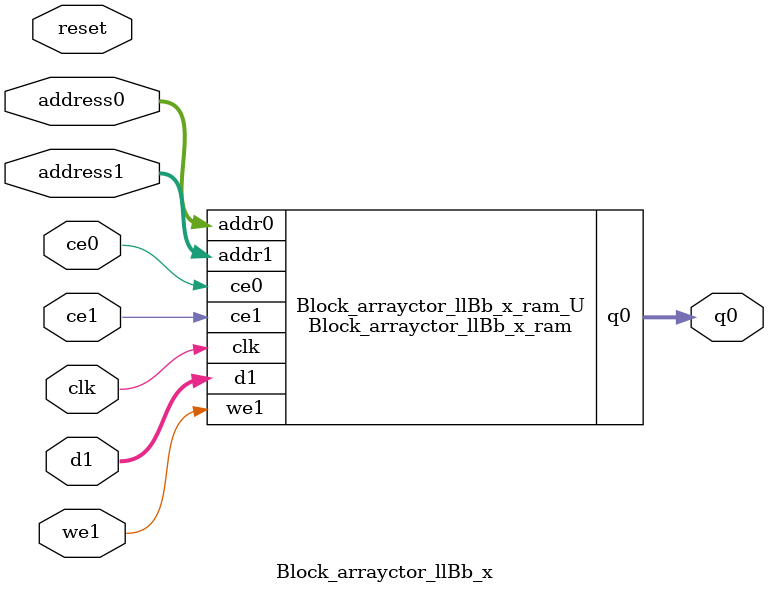
<source format=v>
`timescale 1 ns / 1 ps
module Block_arrayctor_llBb_x_ram (addr0, ce0, q0, addr1, ce1, d1, we1,  clk);

parameter DWIDTH = 5;
parameter AWIDTH = 12;
parameter MEM_SIZE = 2688;

input[AWIDTH-1:0] addr0;
input ce0;
output reg[DWIDTH-1:0] q0;
input[AWIDTH-1:0] addr1;
input ce1;
input[DWIDTH-1:0] d1;
input we1;
input clk;

(* ram_style = "block" *)reg [DWIDTH-1:0] ram[0:MEM_SIZE-1];




always @(posedge clk)  
begin 
    if (ce0) begin
        q0 <= ram[addr0];
    end
end


always @(posedge clk)  
begin 
    if (ce1) begin
        if (we1) 
            ram[addr1] <= d1; 
    end
end


endmodule

`timescale 1 ns / 1 ps
module Block_arrayctor_llBb_x(
    reset,
    clk,
    address0,
    ce0,
    q0,
    address1,
    ce1,
    we1,
    d1);

parameter DataWidth = 32'd5;
parameter AddressRange = 32'd2688;
parameter AddressWidth = 32'd12;
input reset;
input clk;
input[AddressWidth - 1:0] address0;
input ce0;
output[DataWidth - 1:0] q0;
input[AddressWidth - 1:0] address1;
input ce1;
input we1;
input[DataWidth - 1:0] d1;



Block_arrayctor_llBb_x_ram Block_arrayctor_llBb_x_ram_U(
    .clk( clk ),
    .addr0( address0 ),
    .ce0( ce0 ),
    .q0( q0 ),
    .addr1( address1 ),
    .ce1( ce1 ),
    .we1( we1 ),
    .d1( d1 ));

endmodule


</source>
